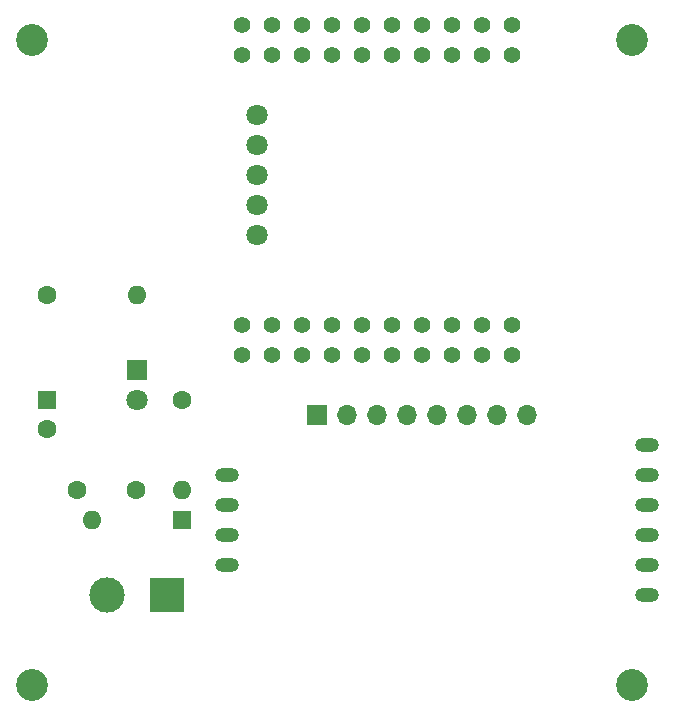
<source format=gbs>
G04 #@! TF.GenerationSoftware,KiCad,Pcbnew,(5.1.12)-1*
G04 #@! TF.CreationDate,2021-12-10T17:41:23+01:00*
G04 #@! TF.ProjectId,EmlaLockSafe_Controller_BoardV2,456d6c61-4c6f-4636-9b53-6166655f436f,rev?*
G04 #@! TF.SameCoordinates,Original*
G04 #@! TF.FileFunction,Soldermask,Bot*
G04 #@! TF.FilePolarity,Negative*
%FSLAX46Y46*%
G04 Gerber Fmt 4.6, Leading zero omitted, Abs format (unit mm)*
G04 Created by KiCad (PCBNEW (5.1.12)-1) date 2021-12-10 17:41:23*
%MOMM*%
%LPD*%
G01*
G04 APERTURE LIST*
%ADD10C,1.800000*%
%ADD11C,2.700000*%
%ADD12C,1.400000*%
%ADD13O,2.000000X1.200000*%
%ADD14O,1.600000X1.600000*%
%ADD15C,1.600000*%
%ADD16O,1.700000X1.700000*%
%ADD17R,1.700000X1.700000*%
%ADD18R,1.800000X1.800000*%
%ADD19R,1.600000X1.600000*%
%ADD20C,3.000000*%
%ADD21R,3.000000X3.000000*%
G04 APERTURE END LIST*
D10*
X35560000Y-33020000D03*
X35560000Y-30480000D03*
X35560000Y-27940000D03*
X35560000Y-25400000D03*
X35560000Y-22860000D03*
D11*
X67310000Y-16510000D03*
D12*
X57150000Y-17780000D03*
X57150000Y-15240000D03*
X54610000Y-15240000D03*
X54610000Y-17780000D03*
X52070000Y-15240000D03*
X52070000Y-17780000D03*
X49530000Y-15240000D03*
X49530000Y-17780000D03*
X46990000Y-15240000D03*
X46990000Y-17780000D03*
X44450000Y-15240000D03*
X44450000Y-17780000D03*
X41910000Y-15240000D03*
X41910000Y-17780000D03*
X39370000Y-15240000D03*
X39370000Y-17780000D03*
X36830000Y-15240000D03*
X36830000Y-17780000D03*
X34290000Y-15240000D03*
X34290000Y-17780000D03*
X57150000Y-40640000D03*
X57150000Y-43180000D03*
X54610000Y-40640000D03*
X54610000Y-43180000D03*
X52070000Y-40640000D03*
X52070000Y-43180000D03*
X49530000Y-40640000D03*
X49530000Y-43180000D03*
X46990000Y-40640000D03*
X46990000Y-43180000D03*
X44450000Y-40640000D03*
X44450000Y-43180000D03*
X41910000Y-40640000D03*
X41910000Y-43180000D03*
X39370000Y-40640000D03*
X39370000Y-43180000D03*
X36830000Y-40640000D03*
X36830000Y-43180000D03*
X34290000Y-40640000D03*
X34290000Y-43180000D03*
D11*
X67310000Y-71120000D03*
X16510000Y-71120000D03*
X16510000Y-16510000D03*
D13*
X33020000Y-60960000D03*
X33020000Y-58420000D03*
X33020000Y-55880000D03*
X33020000Y-53340000D03*
X68580000Y-63500000D03*
X68580000Y-60960000D03*
X68580000Y-58420000D03*
X68580000Y-55880000D03*
X68580000Y-53340000D03*
X68580000Y-50800000D03*
D14*
X29210000Y-54610000D03*
D15*
X29210000Y-46990000D03*
D16*
X58420000Y-48260000D03*
X55880000Y-48260000D03*
X53340000Y-48260000D03*
X50800000Y-48260000D03*
X48260000Y-48260000D03*
X45720000Y-48260000D03*
X43180000Y-48260000D03*
D17*
X40640000Y-48260000D03*
D10*
X25400000Y-46990000D03*
D18*
X25400000Y-44450000D03*
D14*
X21590000Y-57150000D03*
D19*
X29210000Y-57150000D03*
D20*
X22860000Y-63500000D03*
D21*
X27940000Y-63500000D03*
D14*
X25400000Y-38100000D03*
D15*
X17780000Y-38100000D03*
X17780000Y-49490000D03*
D19*
X17780000Y-46990000D03*
D15*
X20320000Y-54610000D03*
X25320000Y-54610000D03*
M02*

</source>
